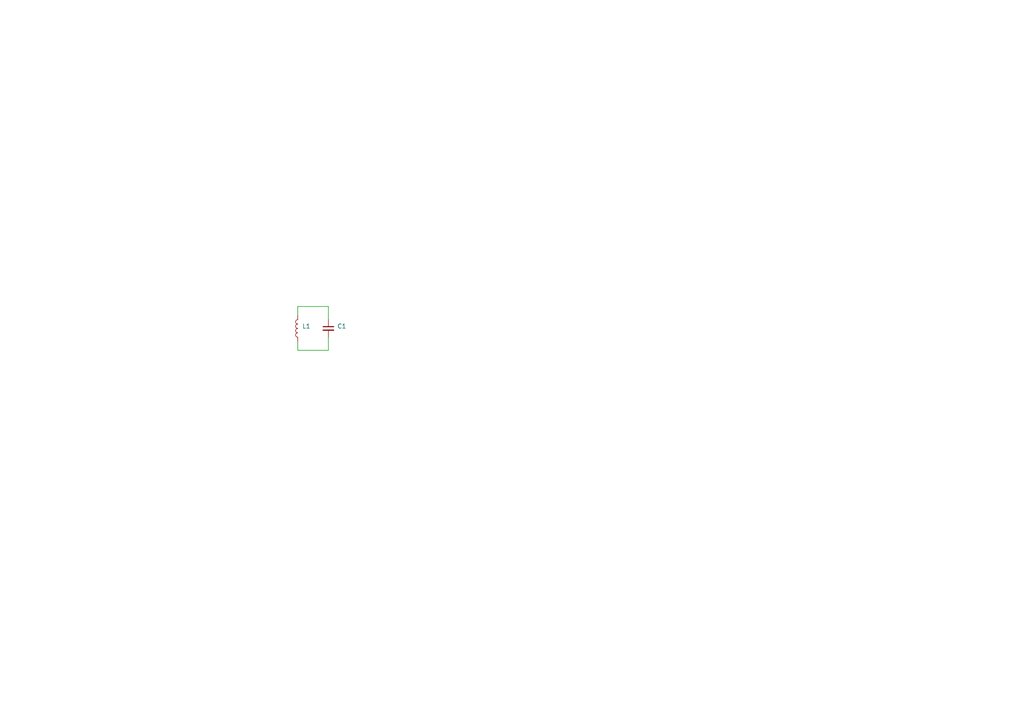
<source format=kicad_sch>
(kicad_sch (version 20230121) (generator eeschema)
  (paper "A4")
  (lib_symbols
    (symbol "Device:C_Small" (pin_numbers hide) (pin_names (offset 0.254) hide)
      (property "Reference" "C" (at 0.254 1.778 0))
      (property "Value" "C_Small" (at 0.254 -2.032 0))
      (symbol "C_Small_0_1"
        (polyline (pts (xy -1.524 -0.508) (xy 1.524 -0.508)) (stroke (width 0.3302)))
        (polyline (pts (xy -1.524 0.508) (xy 1.524 0.508)) (stroke (width 0.3048)))
      )
      (symbol "C_Small_1_1"
        (pin passive line (at 0 2.54 270) (length 2.032) (name "~") (number "1"))
        (pin passive line (at 0 -2.54 90) (length 2.032) (name "~") (number "2"))
      )
    )
    (symbol "Device:L" (pin_numbers hide) (pin_names (offset 1.016) hide)
      (property "Reference" "L" (at -1.27 0 90))
      (property "Value" "L" (at 1.905 0 90))
      (symbol "L_0_1"
        (arc (start 0 -2.54) (mid 0.6323 -1.905) (end 0 -1.27))
        (arc (start 0 -1.27) (mid 0.6323 -0.635) (end 0 0))
        (arc (start 0 0) (mid 0.6323 0.635) (end 0 1.27))
        (arc (start 0 1.27) (mid 0.6323 1.905) (end 0 2.54))
      )
      (symbol "L_1_1"
        (pin passive line (at 0 3.81 270) (length 1.27) (name "1") (number "1"))
        (pin passive line (at 0 -3.81 90) (length 1.27) (name "2") (number "2"))
      )
    )
  )
  (wire (pts (xy 95.25 92.71) (xy 95.25 88.9)))
  (wire (pts (xy 86.36 99.06) (xy 86.36 101.6)))
  (wire (pts (xy 95.25 88.9) (xy 86.36 88.9)))
  (wire (pts (xy 86.36 101.6) (xy 95.25 101.6)))
  (wire (pts (xy 95.25 97.79) (xy 95.25 101.6)))
  (wire (pts (xy 86.36 88.9) (xy 86.36 91.44)))
  (symbol (lib_id "Device:L") (at 86.36 95.25 180) (unit 1)
    (property "Reference" "L1" (at 87.63 94.615 0) (effects (justify right)))
    (property "Value" "L" (effects hide))
  )
  (symbol (lib_id "Device:C_Small") (at 95.25 95.25 0) (unit 1)
    (property "Reference" "C1" (at 97.79 94.6213 0) (effects (justify left)))
    (property "Value" "C_Small" (effects hide))
  )
)
</source>
